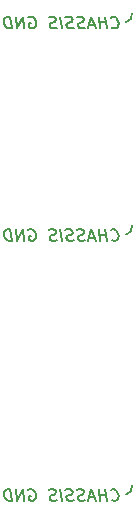
<source format=gbo>
G04 #@! TF.FileFunction,Legend,Bot*
%FSLAX46Y46*%
G04 Gerber Fmt 4.6, Leading zero omitted, Abs format (unit mm)*
G04 Created by KiCad (PCBNEW 4.0.6) date Thu Jun  8 14:30:20 2017*
%MOMM*%
%LPD*%
G01*
G04 APERTURE LIST*
%ADD10C,0.100000*%
%ADD11C,0.150000*%
G04 APERTURE END LIST*
D10*
D11*
X171700000Y-65020000D02*
G75*
G03X172230000Y-64270000I-110000J640000D01*
G01*
X171700000Y-83020000D02*
G75*
G03X172230000Y-82270000I-110000J640000D01*
G01*
X171700000Y-105020000D02*
G75*
G03X172230000Y-104270000I-110000J640000D01*
G01*
X170508928Y-65457143D02*
X170562499Y-65504762D01*
X170711309Y-65552381D01*
X170806547Y-65552381D01*
X170943452Y-65504762D01*
X171026785Y-65409524D01*
X171062500Y-65314286D01*
X171086309Y-65123810D01*
X171068452Y-64980952D01*
X170997023Y-64790476D01*
X170937500Y-64695238D01*
X170830357Y-64600000D01*
X170681547Y-64552381D01*
X170586309Y-64552381D01*
X170449404Y-64600000D01*
X170407737Y-64647619D01*
X170092262Y-65552381D02*
X169967262Y-64552381D01*
X170026785Y-65028571D02*
X169455356Y-65028571D01*
X169520833Y-65552381D02*
X169395833Y-64552381D01*
X169056547Y-65266667D02*
X168580356Y-65266667D01*
X169187500Y-65552381D02*
X168729167Y-64552381D01*
X168520833Y-65552381D01*
X168229166Y-65504762D02*
X168092262Y-65552381D01*
X167854166Y-65552381D01*
X167752975Y-65504762D01*
X167699404Y-65457143D01*
X167639880Y-65361905D01*
X167627975Y-65266667D01*
X167663690Y-65171429D01*
X167705356Y-65123810D01*
X167794642Y-65076190D01*
X167979166Y-65028571D01*
X168068452Y-64980952D01*
X168110119Y-64933333D01*
X168145833Y-64838095D01*
X168133928Y-64742857D01*
X168074404Y-64647619D01*
X168020833Y-64600000D01*
X167919643Y-64552381D01*
X167681547Y-64552381D01*
X167544642Y-64600000D01*
X167276785Y-65504762D02*
X167139881Y-65552381D01*
X166901785Y-65552381D01*
X166800594Y-65504762D01*
X166747023Y-65457143D01*
X166687499Y-65361905D01*
X166675594Y-65266667D01*
X166711309Y-65171429D01*
X166752975Y-65123810D01*
X166842261Y-65076190D01*
X167026785Y-65028571D01*
X167116071Y-64980952D01*
X167157738Y-64933333D01*
X167193452Y-64838095D01*
X167181547Y-64742857D01*
X167122023Y-64647619D01*
X167068452Y-64600000D01*
X166967262Y-64552381D01*
X166729166Y-64552381D01*
X166592261Y-64600000D01*
X166282738Y-65552381D02*
X166157738Y-64552381D01*
X165848214Y-65504762D02*
X165711310Y-65552381D01*
X165473214Y-65552381D01*
X165372023Y-65504762D01*
X165318452Y-65457143D01*
X165258928Y-65361905D01*
X165247023Y-65266667D01*
X165282738Y-65171429D01*
X165324404Y-65123810D01*
X165413690Y-65076190D01*
X165598214Y-65028571D01*
X165687500Y-64980952D01*
X165729167Y-64933333D01*
X165764881Y-64838095D01*
X165752976Y-64742857D01*
X165693452Y-64647619D01*
X165639881Y-64600000D01*
X165538691Y-64552381D01*
X165300595Y-64552381D01*
X165163690Y-64600000D01*
X163449404Y-64600000D02*
X163538690Y-64552381D01*
X163681547Y-64552381D01*
X163830357Y-64600000D01*
X163937500Y-64695238D01*
X163997023Y-64790476D01*
X164068452Y-64980952D01*
X164086309Y-65123810D01*
X164062500Y-65314286D01*
X164026785Y-65409524D01*
X163943452Y-65504762D01*
X163806547Y-65552381D01*
X163711309Y-65552381D01*
X163562499Y-65504762D01*
X163508928Y-65457143D01*
X163467261Y-65123810D01*
X163657737Y-65123810D01*
X163092262Y-65552381D02*
X162967262Y-64552381D01*
X162520833Y-65552381D01*
X162395833Y-64552381D01*
X162044643Y-65552381D02*
X161919643Y-64552381D01*
X161681548Y-64552381D01*
X161544642Y-64600000D01*
X161461309Y-64695238D01*
X161425594Y-64790476D01*
X161401785Y-64980952D01*
X161419642Y-65123810D01*
X161491071Y-65314286D01*
X161550594Y-65409524D01*
X161657737Y-65504762D01*
X161806548Y-65552381D01*
X162044643Y-65552381D01*
X170508928Y-83457143D02*
X170562499Y-83504762D01*
X170711309Y-83552381D01*
X170806547Y-83552381D01*
X170943452Y-83504762D01*
X171026785Y-83409524D01*
X171062500Y-83314286D01*
X171086309Y-83123810D01*
X171068452Y-82980952D01*
X170997023Y-82790476D01*
X170937500Y-82695238D01*
X170830357Y-82600000D01*
X170681547Y-82552381D01*
X170586309Y-82552381D01*
X170449404Y-82600000D01*
X170407737Y-82647619D01*
X170092262Y-83552381D02*
X169967262Y-82552381D01*
X170026785Y-83028571D02*
X169455356Y-83028571D01*
X169520833Y-83552381D02*
X169395833Y-82552381D01*
X169056547Y-83266667D02*
X168580356Y-83266667D01*
X169187500Y-83552381D02*
X168729167Y-82552381D01*
X168520833Y-83552381D01*
X168229166Y-83504762D02*
X168092262Y-83552381D01*
X167854166Y-83552381D01*
X167752975Y-83504762D01*
X167699404Y-83457143D01*
X167639880Y-83361905D01*
X167627975Y-83266667D01*
X167663690Y-83171429D01*
X167705356Y-83123810D01*
X167794642Y-83076190D01*
X167979166Y-83028571D01*
X168068452Y-82980952D01*
X168110119Y-82933333D01*
X168145833Y-82838095D01*
X168133928Y-82742857D01*
X168074404Y-82647619D01*
X168020833Y-82600000D01*
X167919643Y-82552381D01*
X167681547Y-82552381D01*
X167544642Y-82600000D01*
X167276785Y-83504762D02*
X167139881Y-83552381D01*
X166901785Y-83552381D01*
X166800594Y-83504762D01*
X166747023Y-83457143D01*
X166687499Y-83361905D01*
X166675594Y-83266667D01*
X166711309Y-83171429D01*
X166752975Y-83123810D01*
X166842261Y-83076190D01*
X167026785Y-83028571D01*
X167116071Y-82980952D01*
X167157738Y-82933333D01*
X167193452Y-82838095D01*
X167181547Y-82742857D01*
X167122023Y-82647619D01*
X167068452Y-82600000D01*
X166967262Y-82552381D01*
X166729166Y-82552381D01*
X166592261Y-82600000D01*
X166282738Y-83552381D02*
X166157738Y-82552381D01*
X165848214Y-83504762D02*
X165711310Y-83552381D01*
X165473214Y-83552381D01*
X165372023Y-83504762D01*
X165318452Y-83457143D01*
X165258928Y-83361905D01*
X165247023Y-83266667D01*
X165282738Y-83171429D01*
X165324404Y-83123810D01*
X165413690Y-83076190D01*
X165598214Y-83028571D01*
X165687500Y-82980952D01*
X165729167Y-82933333D01*
X165764881Y-82838095D01*
X165752976Y-82742857D01*
X165693452Y-82647619D01*
X165639881Y-82600000D01*
X165538691Y-82552381D01*
X165300595Y-82552381D01*
X165163690Y-82600000D01*
X163449404Y-82600000D02*
X163538690Y-82552381D01*
X163681547Y-82552381D01*
X163830357Y-82600000D01*
X163937500Y-82695238D01*
X163997023Y-82790476D01*
X164068452Y-82980952D01*
X164086309Y-83123810D01*
X164062500Y-83314286D01*
X164026785Y-83409524D01*
X163943452Y-83504762D01*
X163806547Y-83552381D01*
X163711309Y-83552381D01*
X163562499Y-83504762D01*
X163508928Y-83457143D01*
X163467261Y-83123810D01*
X163657737Y-83123810D01*
X163092262Y-83552381D02*
X162967262Y-82552381D01*
X162520833Y-83552381D01*
X162395833Y-82552381D01*
X162044643Y-83552381D02*
X161919643Y-82552381D01*
X161681548Y-82552381D01*
X161544642Y-82600000D01*
X161461309Y-82695238D01*
X161425594Y-82790476D01*
X161401785Y-82980952D01*
X161419642Y-83123810D01*
X161491071Y-83314286D01*
X161550594Y-83409524D01*
X161657737Y-83504762D01*
X161806548Y-83552381D01*
X162044643Y-83552381D01*
X170508928Y-105457143D02*
X170562499Y-105504762D01*
X170711309Y-105552381D01*
X170806547Y-105552381D01*
X170943452Y-105504762D01*
X171026785Y-105409524D01*
X171062500Y-105314286D01*
X171086309Y-105123810D01*
X171068452Y-104980952D01*
X170997023Y-104790476D01*
X170937500Y-104695238D01*
X170830357Y-104600000D01*
X170681547Y-104552381D01*
X170586309Y-104552381D01*
X170449404Y-104600000D01*
X170407737Y-104647619D01*
X170092262Y-105552381D02*
X169967262Y-104552381D01*
X170026785Y-105028571D02*
X169455356Y-105028571D01*
X169520833Y-105552381D02*
X169395833Y-104552381D01*
X169056547Y-105266667D02*
X168580356Y-105266667D01*
X169187500Y-105552381D02*
X168729167Y-104552381D01*
X168520833Y-105552381D01*
X168229166Y-105504762D02*
X168092262Y-105552381D01*
X167854166Y-105552381D01*
X167752975Y-105504762D01*
X167699404Y-105457143D01*
X167639880Y-105361905D01*
X167627975Y-105266667D01*
X167663690Y-105171429D01*
X167705356Y-105123810D01*
X167794642Y-105076190D01*
X167979166Y-105028571D01*
X168068452Y-104980952D01*
X168110119Y-104933333D01*
X168145833Y-104838095D01*
X168133928Y-104742857D01*
X168074404Y-104647619D01*
X168020833Y-104600000D01*
X167919643Y-104552381D01*
X167681547Y-104552381D01*
X167544642Y-104600000D01*
X167276785Y-105504762D02*
X167139881Y-105552381D01*
X166901785Y-105552381D01*
X166800594Y-105504762D01*
X166747023Y-105457143D01*
X166687499Y-105361905D01*
X166675594Y-105266667D01*
X166711309Y-105171429D01*
X166752975Y-105123810D01*
X166842261Y-105076190D01*
X167026785Y-105028571D01*
X167116071Y-104980952D01*
X167157738Y-104933333D01*
X167193452Y-104838095D01*
X167181547Y-104742857D01*
X167122023Y-104647619D01*
X167068452Y-104600000D01*
X166967262Y-104552381D01*
X166729166Y-104552381D01*
X166592261Y-104600000D01*
X166282738Y-105552381D02*
X166157738Y-104552381D01*
X165848214Y-105504762D02*
X165711310Y-105552381D01*
X165473214Y-105552381D01*
X165372023Y-105504762D01*
X165318452Y-105457143D01*
X165258928Y-105361905D01*
X165247023Y-105266667D01*
X165282738Y-105171429D01*
X165324404Y-105123810D01*
X165413690Y-105076190D01*
X165598214Y-105028571D01*
X165687500Y-104980952D01*
X165729167Y-104933333D01*
X165764881Y-104838095D01*
X165752976Y-104742857D01*
X165693452Y-104647619D01*
X165639881Y-104600000D01*
X165538691Y-104552381D01*
X165300595Y-104552381D01*
X165163690Y-104600000D01*
X163449404Y-104600000D02*
X163538690Y-104552381D01*
X163681547Y-104552381D01*
X163830357Y-104600000D01*
X163937500Y-104695238D01*
X163997023Y-104790476D01*
X164068452Y-104980952D01*
X164086309Y-105123810D01*
X164062500Y-105314286D01*
X164026785Y-105409524D01*
X163943452Y-105504762D01*
X163806547Y-105552381D01*
X163711309Y-105552381D01*
X163562499Y-105504762D01*
X163508928Y-105457143D01*
X163467261Y-105123810D01*
X163657737Y-105123810D01*
X163092262Y-105552381D02*
X162967262Y-104552381D01*
X162520833Y-105552381D01*
X162395833Y-104552381D01*
X162044643Y-105552381D02*
X161919643Y-104552381D01*
X161681548Y-104552381D01*
X161544642Y-104600000D01*
X161461309Y-104695238D01*
X161425594Y-104790476D01*
X161401785Y-104980952D01*
X161419642Y-105123810D01*
X161491071Y-105314286D01*
X161550594Y-105409524D01*
X161657737Y-105504762D01*
X161806548Y-105552381D01*
X162044643Y-105552381D01*
M02*

</source>
